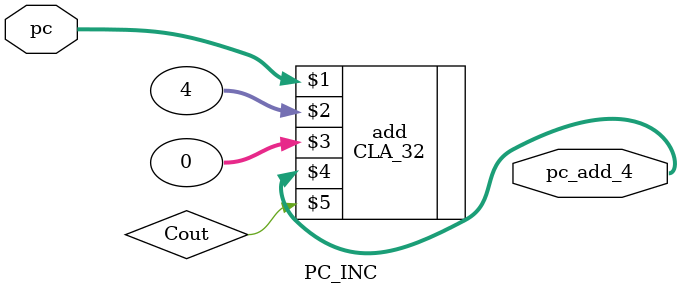
<source format=v>
`timescale 1ns / 1ps

module PC_INC(pc, pc_add_4);

input   [31:0]  pc;
output  [31:0]  pc_add_4;

CLA_32 add(pc, 4, 0, pc_add_4, Cout);

endmodule


</source>
